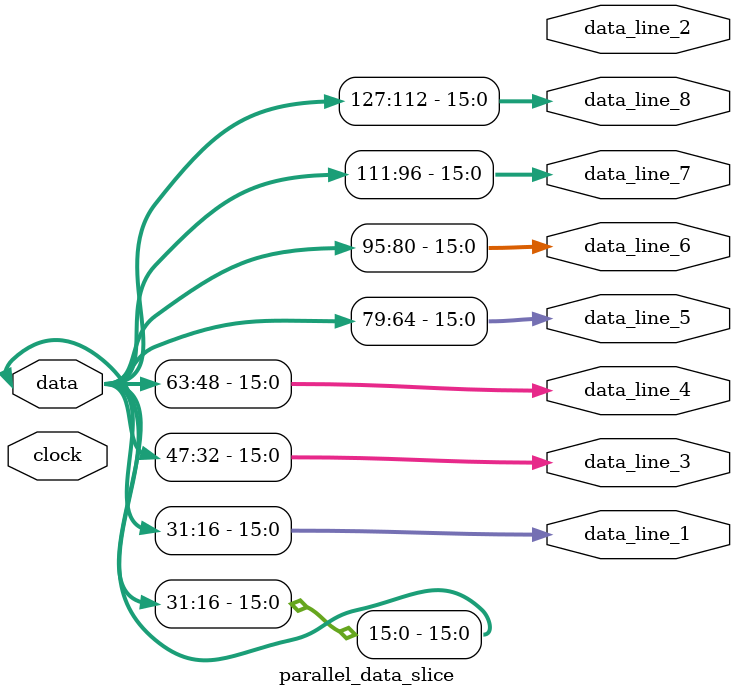
<source format=v>
`timescale 1ns / 1ps

module parallel_data_slice
  (
    input clock,
    input [127:0] data,
    output [15:0] data_line_1,
    output [15:0] data_line_2,
    output [15:0] data_line_3,
    output [15:0] data_line_4,
    output [15:0] data_line_5,
    output [15:0] data_line_6,
    output [15:0] data_line_7,
    output [15:0] data_line_8
  );

  assign data_line_1 = data[16*(1)-1:16*(0)];
  assign data_line_1 = data[16*(2)-1:16*(1)];
  assign data_line_3 = data[16*(3)-1:16*(2)];
  assign data_line_4 = data[16*(4)-1:16*(3)];
  assign data_line_5 = data[16*(5)-1:16*(4)];
  assign data_line_6 = data[16*(6)-1:16*(5)];
  assign data_line_7 = data[16*(7)-1:16*(6)];
  assign data_line_8 = data[16*(8)-1:16*(7)];

endmodule

</source>
